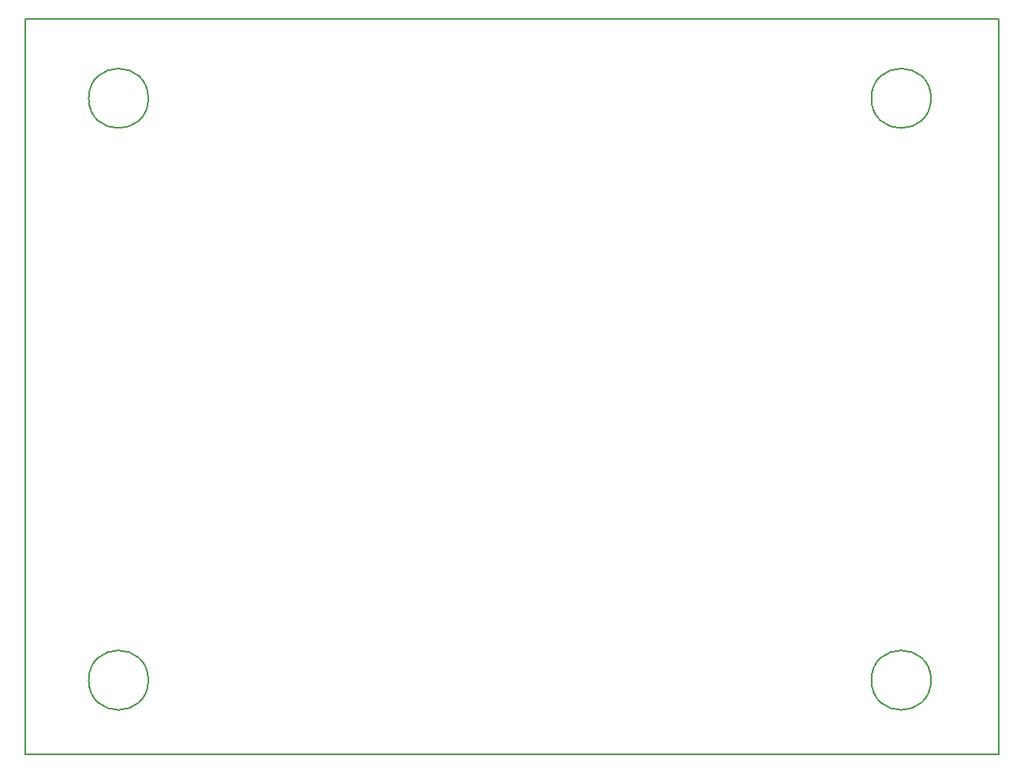
<source format=gbr>
%TF.GenerationSoftware,KiCad,Pcbnew,9.0.5*%
%TF.CreationDate,2026-02-20T11:52:18+01:00*%
%TF.ProjectId,Pekaway_rework,50656b61-7761-4795-9f72-65776f726b2e,rev?*%
%TF.SameCoordinates,Original*%
%TF.FileFunction,Profile,NP*%
%FSLAX46Y46*%
G04 Gerber Fmt 4.6, Leading zero omitted, Abs format (unit mm)*
G04 Created by KiCad (PCBNEW 9.0.5) date 2026-02-20 11:52:18*
%MOMM*%
%LPD*%
G01*
G04 APERTURE LIST*
%TA.AperFunction,Profile*%
%ADD10C,0.200000*%
%TD*%
G04 APERTURE END LIST*
D10*
X193200000Y-105000000D02*
G75*
G02*
X186800000Y-105000000I-3200000J0D01*
G01*
X186800000Y-105000000D02*
G75*
G02*
X193200000Y-105000000I3200000J0D01*
G01*
X109200000Y-42500000D02*
G75*
G02*
X102800000Y-42500000I-3200000J0D01*
G01*
X102800000Y-42500000D02*
G75*
G02*
X109200000Y-42500000I3200000J0D01*
G01*
X109200000Y-105000000D02*
G75*
G02*
X102800000Y-105000000I-3200000J0D01*
G01*
X102800000Y-105000000D02*
G75*
G02*
X109200000Y-105000000I3200000J0D01*
G01*
X193200000Y-42500000D02*
G75*
G02*
X186800000Y-42500000I-3200000J0D01*
G01*
X186800000Y-42500000D02*
G75*
G02*
X193200000Y-42500000I3200000J0D01*
G01*
X96000000Y-34000000D02*
X200500000Y-34000000D01*
X200500000Y-113000000D01*
X96000000Y-113000000D01*
X96000000Y-34000000D01*
M02*

</source>
